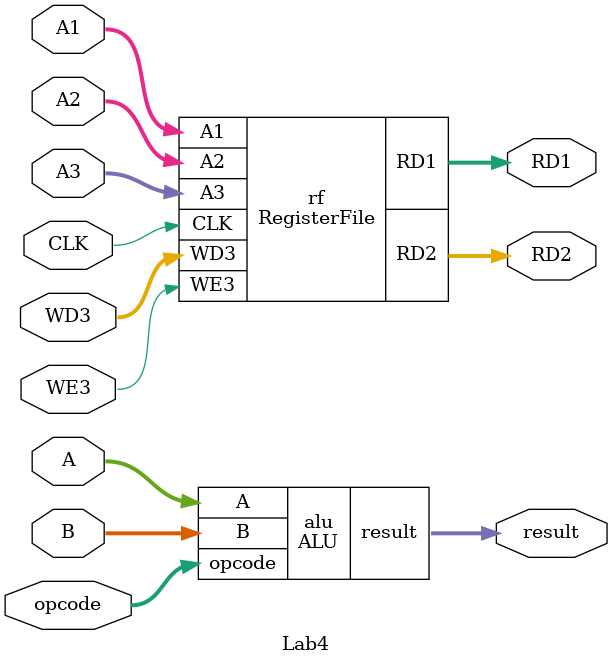
<source format=v>
`timescale 1ns / 1ps

module ALU ( A, B, opcode, result);

    input wire [31:0] A, B;
    input wire [1:0] opcode;
    output reg [31:0] result;
    
    always @(*) begin
        case (opcode)
            2'b00: result = A + B;         //ADD
            2'b01: result = A - B;         //SUB
            2'b10: result = A << B;        //SHIFTL
            2'b11: result = A >> B;        //SHIFTR
            default: result = 32'h00000000;
        endcase
    end
endmodule

module RegisterFile ( CLK, WE3, A1, A2, A3, WD3, RD1, RD2);

    input wire CLK;
    input wire WE3;
    input wire [4:0] A1, A2, A3;
    input wire [31:0] WD3;
    output wire [31:0] RD1, RD2;
    
    reg [31:0] registers[31:0];

    //Read
    assign RD1 = registers[A1];
    assign RD2 = registers[A2];

    //Write
    always @(posedge CLK) begin
        if (WE3)
            registers[A3] <= WD3;
    end
endmodule

module Lab4 (
    input wire CLK,
    input wire WE3,
    input wire [4:0] A1, A2, A3,
    input wire [31:0] WD3, A, B,
    input wire [1:0] opcode,
    output wire [31:0] RD1, RD2, result
);

    RegisterFile rf (
        .CLK(CLK),
        .WE3(WE3),
        .A1(A1),
        .A2(A2),
        .A3(A3),
        .WD3(WD3),
        .RD1(RD1),
        .RD2(RD2)
    );

    ALU alu (
        .A(A),
        .B(B),
        .opcode(opcode),
        .result(result)
    );

endmodule


</source>
